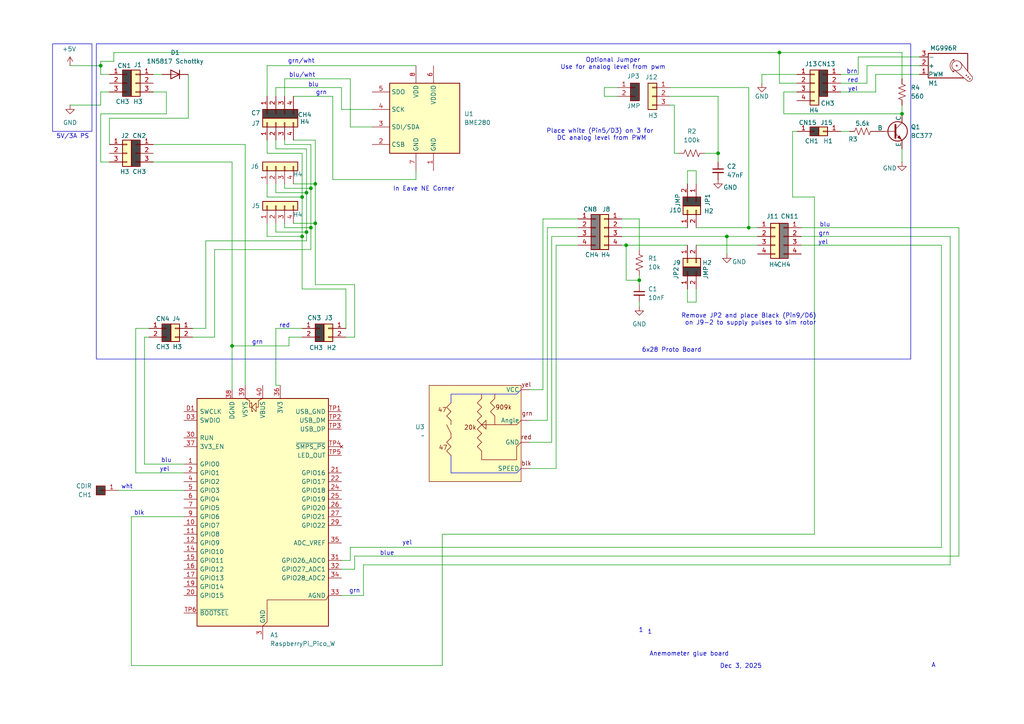
<source format=kicad_sch>
(kicad_sch (version 20250114) (generator "eeschema") (generator_version "9.0")
  (paper "A4")
  (lib_symbols
    (symbol "Conn_01x01_1" (pin_names (offset 1.016) (hide yes))
      (property "Reference" "C9" (at -2.032 2.54 0))
      (property "Value" "PWM" (at -2.794 -2.794 0))
      (symbol "Conn_01x01_1_1_1"
        (rectangle (start -1.27 1.27) (end 1.27 -1.27) (stroke (width 0.254)) (fill (type color) (color 72 72 72 1)))
        (rectangle (start -1.27 0.127) (end 0 -0.127) (stroke (width 0.1524)))
        (pin passive line (at -5.08 0 0) (length 3.81) (name "Pin_1") (number "1"))
      )
    )
    (symbol "Conn_01x01_2" (pin_names (offset 1.016) (hide yes))
      (property "Reference" "J13" (at 2.54 1.2701 0))
      (property "Value" "Conn_01x01" (at 2.54 -1.2699 0))
      (symbol "Conn_01x01_2_1_1"
        (rectangle (start -1.27 1.27) (end 1.27 -1.27) (stroke (width 0.254)) (fill (type color) (color 72 72 72 1)))
        (rectangle (start -1.27 0.127) (end 0 -0.127) (stroke (width 0.1524)))
        (pin passive line (at -5.08 0 0) (length 3.81) (name "Pin_1") (number "1"))
      )
    )
    (symbol "Conn_01x02_1" (pin_names (offset 1.016) (hide yes))
      (property "Reference" "J19" (at 2.54 0.0001 0))
      (property "Value" "JMP" (at 2.54 -2.5399 0))
      (symbol "Conn_01x02_1_1_1"
        (rectangle (start -1.27 1.27) (end 1.27 -3.81) (stroke (width 0.254)) (fill (type color) (color 72 72 72 1)))
        (rectangle (start -1.27 0.127) (end 0 -0.127) (stroke (width 0.1524)))
        (rectangle (start -1.27 -2.413) (end 0 -2.667) (stroke (width 0.1524)))
        (pin passive line (at -5.08 0 0) (length 3.81) (name "Pin_1") (number "1"))
        (pin passive line (at -5.08 -2.54 0) (length 3.81) (name "Pin_2") (number "2"))
      )
    )
    (symbol "Conn_01x02_2" (pin_names (offset 1.016) (hide yes))
      (property "Reference" "CP3V" (at -1.524 2.54 0))
      (property "Value" "C3.3V" (at -3.048 -5.588 0))
      (symbol "Conn_01x02_2_1_1"
        (rectangle (start -1.27 1.27) (end 1.27 -3.81) (stroke (width 0.254)) (fill (type color) (color 72 72 72 1)))
        (rectangle (start -1.27 0.127) (end 0 -0.127) (stroke (width 0.1524)))
        (rectangle (start -1.27 -2.413) (end 0 -2.667) (stroke (width 0.1524)))
        (pin passive line (at -5.08 0 0) (length 3.81) (name "Pin_1") (number "1"))
        (pin passive line (at -5.08 -2.54 0) (length 3.81) (name "Pin_2") (number "2"))
      )
    )
    (symbol "Conn_01x02_3" (pin_names (offset 1.016) (hide yes))
      (property "Reference" "J4" (at 2.54 0.0001 0))
      (property "Value" "I2C_SDASCL" (at 2.54 -2.5399 0))
      (symbol "Conn_01x02_3_1_1"
        (rectangle (start -1.27 1.27) (end 1.27 -3.81) (stroke (width 0.254)) (fill (type color) (color 72 72 72 1)))
        (rectangle (start -1.27 0.127) (end 0 -0.127) (stroke (width 0.1524)))
        (rectangle (start -1.27 -2.413) (end 0 -2.667) (stroke (width 0.1524)))
        (pin passive line (at -5.08 0 0) (length 3.81) (name "Pin_1") (number "1"))
        (pin passive line (at -5.08 -2.54 0) (length 3.81) (name "Pin_2") (number "2"))
      )
    )
    (symbol "Conn_01x03_1" (pin_names (offset 1.016) (hide yes))
      (property "Reference" "C1" (at -1.016 4.826 0))
      (property "Value" "POW5_PICO" (at -9.398 -5.334 0))
      (symbol "Conn_01x03_1_1_1"
        (rectangle (start -1.27 3.81) (end 1.27 -3.81) (stroke (width 0.254)) (fill (type color) (color 72 72 72 1)))
        (rectangle (start -1.27 2.667) (end 0 2.413) (stroke (width 0.1524)))
        (rectangle (start -1.27 0.127) (end 0 -0.127) (stroke (width 0.1524)))
        (rectangle (start -1.27 -2.413) (end 0 -2.667) (stroke (width 0.1524)))
        (pin passive line (at -5.08 2.54 0) (length 3.81) (name "Pin_1") (number "1"))
        (pin passive line (at -5.08 0 0) (length 3.81) (name "Pin_2") (number "2"))
        (pin passive line (at -5.08 -2.54 0) (length 3.81) (name "Pin_3") (number "3"))
      )
    )
    (symbol "Conn_01x04_1" (pin_names (offset 1.016) (hide yes))
      (property "Reference" "C10" (at -1.27 6.604 0))
      (property "Value" "Davis" (at -5.842 -7.62 0))
      (symbol "Conn_01x04_1_1_1"
        (rectangle (start -1.27 3.81) (end 1.27 -6.35) (stroke (width 0.254)) (fill (type color) (color 132 132 132 1)))
        (rectangle (start -1.27 2.667) (end 0 2.413) (stroke (width 0.1524)))
        (rectangle (start -1.27 0.127) (end 0 -0.127) (stroke (width 0.1524)))
        (rectangle (start -1.27 -2.413) (end 0 -2.667) (stroke (width 0.1524)))
        (rectangle (start -1.27 -4.953) (end 0 -5.207) (stroke (width 0.1524)))
        (pin passive line (at -5.08 2.54 0) (length 3.81) (name "Pin_1") (number "1"))
        (pin passive line (at -5.08 0 0) (length 3.81) (name "Pin_2") (number "2"))
        (pin passive line (at -5.08 -2.54 0) (length 3.81) (name "Pin_3") (number "3"))
        (pin passive line (at -5.08 -5.08 0) (length 3.81) (name "Pin_4") (number "4"))
      )
    )
    (symbol "Conn_01x04_2" (pin_names (offset 1.016) (hide yes))
      (property "Reference" "J10" (at -1.27 6.858 0))
      (property "Value" "PicoWind" (at 1.016 -8.128 0))
      (symbol "Conn_01x04_2_1_1"
        (rectangle (start -1.27 3.81) (end 1.27 -6.35) (stroke (width 0.254)) (fill (type color) (color 132 132 132 1)))
        (rectangle (start -1.27 2.667) (end 0 2.413) (stroke (width 0.1524)))
        (rectangle (start -1.27 0.127) (end 0 -0.127) (stroke (width 0.1524)))
        (rectangle (start -1.27 -2.413) (end 0 -2.667) (stroke (width 0.1524)))
        (rectangle (start -1.27 -4.953) (end 0 -5.207) (stroke (width 0.1524)))
        (pin passive line (at -5.08 2.54 0) (length 3.81) (name "Pin_1") (number "1"))
        (pin passive line (at -5.08 0 0) (length 3.81) (name "Pin_2") (number "2"))
        (pin passive line (at -5.08 -2.54 0) (length 3.81) (name "Pin_3") (number "3"))
        (pin passive line (at -5.08 -5.08 0) (length 3.81) (name "Pin_4") (number "4"))
      )
    )
    (symbol "Conn_01x04_3" (pin_names (offset 1.016) (hide yes))
      (property "Reference" "J3" (at -0.254 5.842 90))
      (property "Value" "I2C" (at 0.254 -8.382 90))
      (symbol "Conn_01x04_3_1_1"
        (rectangle (start -1.27 3.81) (end 1.27 -6.35) (stroke (width 0.254)) (fill (type color) (color 72 72 72 1)))
        (rectangle (start -1.27 2.667) (end 0 2.413) (stroke (width 0.1524)))
        (rectangle (start -1.27 0.127) (end 0 -0.127) (stroke (width 0.1524)))
        (rectangle (start -1.27 -2.413) (end 0 -2.667) (stroke (width 0.1524)))
        (rectangle (start -1.27 -4.953) (end 0 -5.207) (stroke (width 0.1524)))
        (pin passive line (at -5.08 2.54 0) (length 3.81) (name "Pin_1") (number "1"))
        (pin passive line (at -5.08 0 0) (length 3.81) (name "Pin_2") (number "2"))
        (pin passive line (at -5.08 -2.54 0) (length 3.81) (name "Pin_3") (number "3"))
        (pin passive line (at -5.08 -5.08 0) (length 3.81) (name "Pin_4") (number "4"))
      )
    )
    (symbol "Connector_Generic:Conn_01x01" (pin_names (offset 1.016) (hide yes))
      (property "Reference" "J" (at 0 2.54 0))
      (property "Value" "Conn_01x01" (at 0 -2.54 0))
      (symbol "Conn_01x01_1_1"
        (rectangle (start -1.27 1.27) (end 1.27 -1.27) (stroke (width 0.254)) (fill (type background)))
        (rectangle (start -1.27 0.127) (end 0 -0.127) (stroke (width 0.1524)))
        (pin passive line (at -5.08 0 0) (length 3.81) (name "Pin_1") (number "1"))
      )
    )
    (symbol "Connector_Generic:Conn_01x02" (pin_names (offset 1.016) (hide yes))
      (property "Reference" "J" (at 0 2.54 0))
      (property "Value" "Conn_01x02" (at 0 -5.08 0))
      (symbol "Conn_01x02_1_1"
        (rectangle (start -1.27 1.27) (end 1.27 -3.81) (stroke (width 0.254)) (fill (type background)))
        (rectangle (start -1.27 0.127) (end 0 -0.127) (stroke (width 0.1524)))
        (rectangle (start -1.27 -2.413) (end 0 -2.667) (stroke (width 0.1524)))
        (pin passive line (at -5.08 0 0) (length 3.81) (name "Pin_1") (number "1"))
        (pin passive line (at -5.08 -2.54 0) (length 3.81) (name "Pin_2") (number "2"))
      )
    )
    (symbol "Connector_Generic:Conn_01x03" (pin_names (offset 1.016) (hide yes))
      (property "Reference" "J" (at 0 5.08 0))
      (property "Value" "Conn_01x03" (at 0 -5.08 0))
      (symbol "Conn_01x03_1_1"
        (rectangle (start -1.27 3.81) (end 1.27 -3.81) (stroke (width 0.254)) (fill (type background)))
        (rectangle (start -1.27 2.667) (end 0 2.413) (stroke (width 0.1524)))
        (rectangle (start -1.27 0.127) (end 0 -0.127) (stroke (width 0.1524)))
        (rectangle (start -1.27 -2.413) (end 0 -2.667) (stroke (width 0.1524)))
        (pin passive line (at -5.08 2.54 0) (length 3.81) (name "Pin_1") (number "1"))
        (pin passive line (at -5.08 0 0) (length 3.81) (name "Pin_2") (number "2"))
        (pin passive line (at -5.08 -2.54 0) (length 3.81) (name "Pin_3") (number "3"))
      )
    )
    (symbol "Connector_Generic:Conn_01x04" (pin_names (offset 1.016) (hide yes))
      (property "Reference" "J" (at 0 5.08 0))
      (property "Value" "Conn_01x04" (at 0 -7.62 0))
      (symbol "Conn_01x04_1_1"
        (rectangle (start -1.27 3.81) (end 1.27 -6.35) (stroke (width 0.254)) (fill (type background)))
        (rectangle (start -1.27 2.667) (end 0 2.413) (stroke (width 0.1524)))
        (rectangle (start -1.27 0.127) (end 0 -0.127) (stroke (width 0.1524)))
        (rectangle (start -1.27 -2.413) (end 0 -2.667) (stroke (width 0.1524)))
        (rectangle (start -1.27 -4.953) (end 0 -5.207) (stroke (width 0.1524)))
        (pin passive line (at -5.08 2.54 0) (length 3.81) (name "Pin_1") (number "1"))
        (pin passive line (at -5.08 0 0) (length 3.81) (name "Pin_2") (number "2"))
        (pin passive line (at -5.08 -2.54 0) (length 3.81) (name "Pin_3") (number "3"))
        (pin passive line (at -5.08 -5.08 0) (length 3.81) (name "Pin_4") (number "4"))
      )
    )
    (symbol "DavisAnemometer_1"
      (property "Reference" "U" (at -3.302 5.08 0))
      (symbol "DavisAnemometer_1_1_0"
        (pin input line (at -6.35 2.54 0) (length 2.54) (name "VCC") (number ""))
        (pin output line (at -6.35 -6.35 0) (length 2.54) (name "Angle") (number ""))
        (pin input line (at -6.35 -12.7 0) (length 2.54) (name "GND") (number ""))
        (pin output line (at -6.35 -20.32 0) (length 2.54) (name "SPEED") (number ""))
      )
      (symbol "DavisAnemometer_1_1_1"
        (rectangle (start -3.81 3.81) (end 22.86 -24.13) (fill (type color) (color 255 255 194 1)))
        (polyline (pts (xy -3.81 2.54) (xy -2.54 1.27) (xy 16.51 1.27) (xy 16.51 -1.27)) (stroke (width 0) (color 0 0 255 1)))
        (polyline (pts (xy -3.81 -6.35) (xy -2.54 -7.62) (xy 7.62 -7.62) (xy 6.35 -6.35) (xy 6.35 -8.89) (xy 7.62 -7.62)))
        (polyline (pts (xy -3.81 -20.32) (xy -2.54 -21.59) (xy 16.51 -21.59) (xy 16.51 -16.51)) (stroke (width 0) (color 0 0 255 1)))
        (polyline (pts (xy 3.81 0) (xy 3.81 1.27)))
        (polyline (pts (xy 3.81 0) (xy 5.08 -1.27) (xy 3.81 -2.54) (xy 5.08 -3.81) (xy 3.81 -5.08)))
        (polyline (pts (xy 3.81 -5.08) (xy 3.81 -7.62)))
        (polyline (pts (xy 7.62 0) (xy 7.62 1.27)))
        (polyline (pts (xy 7.62 0) (xy 8.89 -1.27) (xy 7.62 -2.54) (xy 8.89 -3.81) (xy 7.62 -5.08)))
        (polyline (pts (xy 7.62 -5.08) (xy 8.89 -6.35) (xy 7.62 -7.62) (xy 8.89 -8.89) (xy 7.62 -10.16)))
        (polyline (pts (xy 7.62 -10.16) (xy 8.89 -11.43) (xy 7.62 -12.7) (xy 8.89 -13.97) (xy 7.62 -15.24)))
        (polyline (pts (xy 7.62 -15.24) (xy 7.62 -17.78) (xy -2.54 -17.78) (xy -2.54 -13.97) (xy -3.81 -12.7)))
        (polyline (pts (xy 16.51 -1.27) (xy 17.78 -2.54) (xy 16.51 -3.81) (xy 17.78 -5.08) (xy 16.51 -6.35)))
        (polyline (pts (xy 16.51 -6.35) (xy 16.51 -7.62)))
        (polyline (pts (xy 16.51 -10.16) (xy 17.78 -7.62)))
        (polyline (pts (xy 16.51 -11.43) (xy 16.51 -10.16)))
        (polyline (pts (xy 16.51 -16.51) (xy 17.78 -15.24) (xy 16.51 -13.97) (xy 17.78 -12.7) (xy 16.51 -11.43)))
        (text "grn" (at -5.588 -4.318 0) (effects (font (size 1.27 1.27))))
        (text "yel" (at -5.334 4.064 0) (effects (font (size 1.27 1.27))))
        (text "red" (at -5.334 -11.176 0) (effects (font (size 1.27 1.27))))
        (text "blk" (at -5.334 -18.796 0) (effects (font (size 1.27 1.27))))
        (text "909k" (at 1.27 -2.54 0) (effects (font (size 1.27 1.27))))
        (text "20k" (at 10.922 -8.382 0) (effects (font (size 1.27 1.27))))
        (text "47" (at 18.796 -14.224 0) (effects (font (size 1.27 1.27))))
        (text "47" (at 19.05 -3.302 0) (effects (font (size 1.27 1.27))))
      )
    )
    (symbol "Device:C_Small" (pin_numbers (hide yes)) (pin_names (offset 0.254) (hide yes))
      (property "Reference" "C" (at 0.254 1.778 0))
      (property "Value" "C_Small" (at 0.254 -2.032 0))
      (symbol "C_Small_0_1"
        (polyline (pts (xy -1.524 0.508) (xy 1.524 0.508)) (stroke (width 0.3048)))
        (polyline (pts (xy -1.524 -0.508) (xy 1.524 -0.508)) (stroke (width 0.3302)))
      )
      (symbol "C_Small_1_1"
        (pin passive line (at 0 2.54 270) (length 2.032) (name "~") (number "1"))
        (pin passive line (at 0 -2.54 90) (length 2.032) (name "~") (number "2"))
      )
    )
    (symbol "Device:R_US" (pin_numbers (hide yes)) (pin_names (offset 0))
      (property "Reference" "R" (at 2.54 0 90))
      (property "Value" "R_US" (at -2.54 0 90))
      (symbol "R_US_0_1"
        (polyline (pts (xy 0 2.286) (xy 0 2.54)))
        (polyline (pts (xy 0 2.286) (xy 1.016 1.905) (xy 0 1.524) (xy -1.016 1.143) (xy 0 0.762)))
        (polyline (pts (xy 0 0.762) (xy 1.016 0.381) (xy 0 0) (xy -1.016 -0.381) (xy 0 -0.762)))
        (polyline (pts (xy 0 -0.762) (xy 1.016 -1.143) (xy 0 -1.524) (xy -1.016 -1.905) (xy 0 -2.286)))
        (polyline (pts (xy 0 -2.286) (xy 0 -2.54)))
      )
      (symbol "R_US_1_1"
        (pin passive line (at 0 3.81 270) (length 1.27) (name "~") (number "1"))
        (pin passive line (at 0 -3.81 90) (length 1.27) (name "~") (number "2"))
      )
    )
    (symbol "Diode:1N4148WT" (pin_numbers (hide yes)) (pin_names (hide yes))
      (property "Reference" "D" (at 0 2.54 0))
      (property "Value" "1N4148WT" (at 0 -2.54 0))
      (symbol "1N4148WT_0_1"
        (polyline (pts (xy -1.27 1.27) (xy -1.27 -1.27)) (stroke (width 0.254)))
        (polyline (pts (xy 1.27 1.27) (xy 1.27 -1.27) (xy -1.27 0) (xy 1.27 1.27)) (stroke (width 0.254)))
        (polyline (pts (xy 1.27 0) (xy -1.27 0)))
      )
      (symbol "1N4148WT_1_1"
        (pin passive line (at -3.81 0 0) (length 2.54) (name "K") (number "1"))
        (pin passive line (at 3.81 0 180) (length 2.54) (name "A") (number "2"))
      )
    )
    (symbol "MCU_Module:RaspberryPi_Pico_W_Extensive" (pin_names (offset 0.762))
      (property "Reference" "A1" (at 2.1433 -34.29 0))
      (property "Value" "RaspberryPi_Pico_W" (at 2.1433 -36.83 0))
      (symbol "RaspberryPi_Pico_W_Extensive_0_1"
        (rectangle (start -19.05 34.29) (end 19.05 -31.75) (stroke (width 0.254)) (fill (type background)))
        (polyline (pts (xy -5.08 34.29) (xy -3.81 33.655) (xy -3.81 31.75) (xy -3.175 31.75)))
        (polyline (pts (xy -3.429 32.766) (xy -3.429 33.02) (xy -3.175 33.02) (xy -3.175 30.48) (xy -2.921 30.48) (xy -2.921 30.734)))
        (polyline (pts (xy -3.175 31.75) (xy -1.905 33.02) (xy -1.905 30.48) (xy -3.175 31.75)))
        (polyline (pts (xy 0 34.29) (xy -1.27 33.655) (xy -1.27 31.75) (xy -1.905 31.75)))
        (polyline (pts (xy 0 -31.75) (xy 1.27 -30.48) (xy 1.27 -24.13) (xy 18.415 -24.13) (xy 19.05 -22.86)))
      )
      (symbol "RaspberryPi_Pico_W_Extensive_1_1"
        (pin input line (at -22.86 30.48 0) (length 3.81) (name "SWCLK") (number "D1"))
        (pin bidirectional line (at -22.86 27.94 0) (length 3.81) (name "SWDIO") (number "D3"))
        (pin passive line (at -22.86 22.86 0) (length 3.81) (name "RUN") (number "30"))
        (pin passive line (at -22.86 20.32 0) (length 3.81) (name "3V3_EN") (number "37"))
        (pin bidirectional line (at -22.86 15.24 0) (length 3.81) (name "GPIO0") (number "1"))
        (pin bidirectional line (at -22.86 12.7 0) (length 3.81) (name "GPIO1") (number "2"))
        (pin bidirectional line (at -22.86 10.16 0) (length 3.81) (name "GPIO2") (number "4"))
        (pin bidirectional line (at -22.86 7.62 0) (length 3.81) (name "GPIO3") (number "5"))
        (pin bidirectional line (at -22.86 5.08 0) (length 3.81) (name "GPIO4") (number "6"))
        (pin bidirectional line (at -22.86 2.54 0) (length 3.81) (name "GPIO5") (number "7"))
        (pin bidirectional line (at -22.86 0 0) (length 3.81) (name "GPIO6") (number "9"))
        (pin bidirectional line (at -22.86 -2.54 0) (length 3.81) (name "GPIO7") (number "10"))
        (pin bidirectional line (at -22.86 -5.08 0) (length 3.81) (name "GPIO8") (number "11"))
        (pin bidirectional line (at -22.86 -7.62 0) (length 3.81) (name "GPIO9") (number "12"))
        (pin bidirectional line (at -22.86 -10.16 0) (length 3.81) (name "GPIO10") (number "14"))
        (pin bidirectional line (at -22.86 -12.7 0) (length 3.81) (name "GPIO11") (number "15"))
        (pin bidirectional line (at -22.86 -15.24 0) (length 3.81) (name "GPIO12") (number "16"))
        (pin bidirectional line (at -22.86 -17.78 0) (length 3.81) (name "GPIO13") (number "17"))
        (pin bidirectional line (at -22.86 -20.32 0) (length 3.81) (name "GPIO14") (number "19"))
        (pin bidirectional line (at -22.86 -22.86 0) (length 3.81) (name "GPIO15") (number "20"))
        (pin input line (at -22.86 -27.94 0) (length 3.81) (name "~{BOOTSEL}") (number "TP6"))
        (pin power_in line (at -8.89 36.83 270) (length 2.54) (name "DGND") (number "38"))
        (pin power_in line (at -5.08 38.1 270) (length 3.81) (name "VSYS") (number "39"))
        (pin power_out line (at 0 38.1 270) (length 3.81) (name "VBUS") (number "40"))
        (pin passive line (at 0 -35.56 90) (length 3.81) (hide yes) (name "GND") (number "13"))
        (pin passive line (at 0 -35.56 90) (length 3.81) (hide yes) (name "GND") (number "18"))
        (pin passive line (at 0 -35.56 90) (length 3.81) (hide yes) (name "GND") (number "23"))
        (pin passive line (at 0 -35.56 90) (length 3.81) (hide yes) (name "GND") (number "28"))
        (pin power_out line (at 0 -35.56 90) (length 3.81) (name "GND") (number "3"))
        (pin passive line (at 0 -35.56 90) (length 3.81) (hide yes) (name "GND") (number "38"))
        (pin passive line (at 0 -35.56 90) (length 3.81) (hide yes) (name "GND") (number "8"))
        (pin passive line (at 0 -35.56 90) (length 3.81) (hide yes) (name "GND") (number "D2"))
        (pin power_out line (at 5.08 38.1 270) (length 3.81) (name "3V3") (number "36"))
        (pin power_out line (at 22.86 30.48 180) (length 3.81) (name "USB_GND") (number "TP1"))
        (pin bidirectional line (at 22.86 27.94 180) (length 3.81) (name "USB_DM") (number "TP2"))
        (pin bidirectional line (at 22.86 25.4 180) (length 3.81) (name "USB_DP") (number "TP3"))
        (pin no_connect line (at 22.86 20.32 180) (length 3.81) (name "~{SMPS_PS}") (number "TP4"))
        (pin output line (at 22.86 17.78 180) (length 3.81) (name "LED_OUT") (number "TP5"))
        (pin bidirectional line (at 22.86 12.7 180) (length 3.81) (name "GPIO16") (number "21"))
        (pin bidirectional line (at 22.86 10.16 180) (length 3.81) (name "GPIO17") (number "22"))
        (pin bidirectional line (at 22.86 7.62 180) (length 3.81) (name "GPIO18") (number "24"))
        (pin bidirectional line (at 22.86 5.08 180) (length 3.81) (name "GPIO19") (number "25"))
        (pin bidirectional line (at 22.86 2.54 180) (length 3.81) (name "GPIO20") (number "26"))
        (pin bidirectional line (at 22.86 0 180) (length 3.81) (name "GPIO21") (number "27"))
        (pin bidirectional line (at 22.86 -2.54 180) (length 3.81) (name "GPIO22") (number "29"))
        (pin power_in line (at 22.86 -7.62 180) (length 3.81) (name "ADC_VREF") (number "35"))
        (pin bidirectional line (at 22.86 -12.7 180) (length 3.81) (name "GPIO26_ADC0") (number "31"))
        (pin bidirectional line (at 22.86 -15.24 180) (length 3.81) (name "GPIO27_ADC1") (number "32"))
        (pin bidirectional line (at 22.86 -17.78 180) (length 3.81) (name "GPIO28_ADC2") (number "34"))
        (pin power_out line (at 22.86 -22.86 180) (length 3.81) (name "AGND") (number "33"))
      )
    )
    (symbol "Motor:Motor_Servo" (pin_names (offset 0.0254))
      (property "Reference" "M" (at -5.08 4.445 0))
      (property "Value" "Motor_Servo" (at -5.08 -4.064 0))
      (symbol "Motor_Servo_0_1"
        (polyline (pts (xy 2.413 1.778) (xy 1.905 1.778)))
        (polyline (pts (xy 2.413 1.778) (xy 2.286 1.397)))
        (polyline (pts (xy 2.413 -1.778) (xy 2.032 -1.778)))
        (polyline (pts (xy 2.413 -1.778) (xy 2.286 -1.397)))
        (arc (start 2.413 -1.778) (mid 1.2406 0) (end 2.413 1.778))
        (circle (center 3.175 0) (radius 0.1778))
        (circle (center 3.175 0) (radius 1.4224))
        (polyline (pts (xy 5.08 3.556) (xy -5.08 3.556) (xy -5.08 -3.556) (xy 6.35 -3.556) (xy 6.35 1.524)) (stroke (width 0.254)))
        (circle (center 5.969 2.794) (radius 0.127))
        (polyline (pts (xy 6.35 4.445) (xy 2.54 1.27)))
        (circle (center 6.477 3.302) (radius 0.127))
        (arc (start 6.35 4.445) (mid 7.4487 4.2737) (end 7.62 3.175))
        (circle (center 6.985 3.81) (radius 0.127))
        (polyline (pts (xy 7.62 3.175) (xy 4.191 -1.016)))
      )
      (symbol "Motor_Servo_1_1"
        (pin passive line (at -7.62 2.54 0) (length 2.54) (name "PWM") (number "1"))
        (pin passive line (at -7.62 0 0) (length 2.54) (name "+") (number "2"))
        (pin passive line (at -7.62 -2.54 0) (length 2.54) (name "-") (number "3"))
      )
    )
    (symbol "Sensor:BME280"
      (property "Reference" "U1" (at -11.43 1.2701 0))
      (property "Value" "BME280" (at -11.43 -1.2699 0))
      (symbol "BME280_0_1"
        (rectangle (start -10.16 10.16) (end 10.16 -10.16) (stroke (width 0.254)) (fill (type background)))
      )
      (symbol "BME280_1_1"
        (pin power_in line (at -2.54 15.24 270) (length 5.08) (name "VDDIO") (number "6"))
        (pin power_in line (at -2.54 -15.24 90) (length 5.08) (name "GND") (number "1"))
        (pin power_in line (at 2.54 15.24 270) (length 5.08) (name "VDD") (number "8"))
        (pin power_in line (at 2.54 -15.24 90) (length 5.08) (name "GND") (number "7"))
        (pin bidirectional line (at 15.24 7.62 180) (length 5.08) (name "SDO") (number "5"))
        (pin input line (at 15.24 2.54 180) (length 5.08) (name "SCK") (number "4"))
        (pin bidirectional line (at 15.24 -2.54 180) (length 5.08) (name "SDI/SDA") (number "3"))
        (pin input line (at 15.24 -7.62 180) (length 5.08) (name "CSB") (number "2"))
      )
    )
    (symbol "Simulation_SPICE:NPN" (pin_numbers (hide yes)) (pin_names (offset 0))
      (property "Reference" "Q" (at -2.54 7.62 0))
      (property "Value" "NPN" (at -2.54 5.08 0))
      (symbol "NPN_0_1"
        (polyline (pts (xy -2.54 0) (xy 0.635 0)) (stroke (width 0.1524)))
        (polyline (pts (xy 0.635 1.905) (xy 0.635 -1.905) (xy 0.635 -1.905)) (stroke (width 0.508)))
        (polyline (pts (xy 0.635 0.635) (xy 2.54 2.54)))
        (polyline (pts (xy 0.635 -0.635) (xy 2.54 -2.54) (xy 2.54 -2.54)))
        (circle (center 1.27 0) (radius 2.8194) (stroke (width 0.254)))
        (polyline (pts (xy 1.27 -1.778) (xy 1.778 -1.27) (xy 2.286 -2.286) (xy 1.27 -1.778) (xy 1.27 -1.778)) (fill (type outline)))
        (polyline (pts (xy 2.794 -1.27) (xy 2.794 -1.27)) (stroke (width 0.1524)))
        (polyline (pts (xy 2.794 -1.27) (xy 2.794 -1.27)) (stroke (width 0.1524)))
      )
      (symbol "NPN_1_1"
        (pin input line (at -5.08 0 0) (length 2.54) (name "B") (number "2"))
        (pin open_collector line (at 2.54 5.08 270) (length 2.54) (name "C") (number "1"))
        (pin open_emitter line (at 2.54 -5.08 90) (length 2.54) (name "E") (number "3"))
      )
    )
    (symbol "power:+5V" (power) (pin_numbers (hide yes)) (pin_names (offset 0) (hide yes))
      (property "Value" "+5V" (at 0 3.556 0))
      (symbol "+5V_0_1"
        (polyline (pts (xy -0.762 1.27) (xy 0 2.54)))
        (polyline (pts (xy 0 2.54) (xy 0.762 1.27)))
        (polyline (pts (xy 0 0) (xy 0 2.54)))
      )
      (symbol "+5V_1_1"
        (pin power_in line (at 0 0 90) (length 0) (name "~") (number "1"))
      )
    )
    (symbol "power:GND" (power) (pin_numbers (hide yes)) (pin_names (offset 0) (hide yes))
      (property "Value" "GND" (at 0 -3.81 0))
      (symbol "GND_0_1"
        (polyline (pts (xy 0 0) (xy 0 -1.27) (xy 1.27 -1.27) (xy 0 -2.54) (xy -1.27 -1.27) (xy 0 -1.27)))
      )
      (symbol "GND_1_1"
        (pin power_in line (at 0 0 270) (length 0) (name "~") (number "1"))
      )
    )
  )
  (rectangle (start 27.94 12.7) (end 264.16 104.14))
  (rectangle (start 15.24 12.7) (end 26.67 38.1))
  (text "Remove JP2 and place Black (Pin9/D6) \non J9-2 to supply pulses to sim rotor" (at 217.678 92.71 0) (effects (font (size 1.27 1.27))))
  (text "blu/wht" (at 87.63 21.844 0) (effects (font (size 1.27 1.27))))
  (text "blu" (at 90.932 24.638 0) (effects (font (size 1.27 1.27))))
  (text "yel" (at 247.396 25.908 0) (effects (font (size 1.27 1.27))))
  (text "Anemometer glue board" (at 199.898 189.738 0) (effects (font (size 1.27 1.27))))
  (text "yel" (at 47.752 136.144 0) (effects (font (size 1.27 1.27))))
  (text "red" (at 82.55 94.488 0) (effects (font (size 1.27 1.27))))
  (text "yel" (at 118.11 157.48 0) (effects (font (size 1.27 1.27))))
  (text "grn" (at 102.87 171.45 0) (effects (font (size 1.27 1.27))))
  (text "1" (at 188.468 183.388 0) (effects (font (size 1.27 1.27))))
  (text "1" (at 185.928 182.88 0) (effects (font (size 1.27 1.27))))
  (text "Dec 3, 2025" (at 214.884 193.294 0) (effects (font (size 1.27 1.27))))
  (text "A" (at 270.764 193.04 0) (effects (font (size 1.27 1.27))))
  (text "wht" (at 36.83 141.224 0) (effects (font (size 1.27 1.27))))
  (text "blu" (at 239.268 65.278 0) (effects (font (size 1.27 1.27))))
  (text "yel" (at 238.76 70.358 0) (effects (font (size 1.27 1.27))))
  (text "Place white (Pin5/D3) on 3 for \nDC analog level from PWM" (at 174.498 39.116 0) (effects (font (size 1.27 1.27))))
  (text "6x28 Proto Board" (at 194.818 101.6 0) (effects (font (size 1.27 1.27))))
  (text "brn" (at 247.142 20.828 0) (effects (font (size 1.27 1.27))))
  (text "5V/3A PS" (at 21.082 39.624 0) (effects (font (size 1.27 1.27))))
  (text "Optional Jumper\nUse for analog level from pwm" (at 177.8 18.542 0) (effects (font (size 1.27 1.27))))
  (text "grn" (at 74.676 99.314 0) (effects (font (size 1.27 1.27))))
  (text "grn" (at 93.218 26.924 0) (effects (font (size 1.27 1.27))))
  (text "blue" (at 112.268 160.528 0) (effects (font (size 1.27 1.27))))
  (text "red" (at 247.396 23.368 0) (effects (font (size 1.27 1.27))))
  (text "In Eave NE Corner" (at 122.936 54.864 0) (effects (font (size 1.27 1.27))))
  (text "grn" (at 239.014 67.818 0) (effects (font (size 1.27 1.27))))
  (text "blk" (at 40.386 148.844 0) (effects (font (size 1.27 1.27))))
  (text "grn/wht" (at 87.376 17.78 0) (effects (font (size 1.27 1.27))))
  (text "blu" (at 48.26 133.604 0) (effects (font (size 1.27 1.27))))
  (junction (at 90.17 66.04))
  (junction (at 185.42 81.28))
  (junction (at 90.17 54.61))
  (junction (at 91.44 64.77))
  (junction (at 87.63 57.15))
  (junction (at 210.82 68.58))
  (junction (at 181.61 71.12))
  (junction (at 261.62 33.02))
  (junction (at 29.21 19.05))
  (junction (at 88.9 55.88))
  (junction (at 88.9 67.31))
  (junction (at 208.28 44.45))
  (junction (at 226.06 15.24))
  (junction (at 91.44 53.34))
  (junction (at 67.31 100.33))
  (junction (at 87.63 68.58))
  (junction (at 217.17 66.04))
  (wire (pts (xy 59.69 69.85) (xy 59.69 95.25)))
  (wire (pts (xy 88.9 43.18) (xy 88.9 55.88)))
  (wire (pts (xy 99.06 25.4) (xy 80.01 25.4)))
  (wire (pts (xy 77.47 57.15) (xy 87.63 57.15)))
  (wire (pts (xy 99.06 31.75) (xy 99.06 25.4)))
  (wire (pts (xy 90.17 72.39) (xy 90.17 66.04)))
  (wire (pts (xy 83.82 97.79) (xy 83.82 100.33)))
  (wire (pts (xy 105.41 163.83) (xy 105.41 172.72)))
  (wire (pts (xy 105.41 172.72) (xy 99.06 172.72)))
  (wire (pts (xy 236.22 57.15) (xy 236.22 154.94)))
  (wire (pts (xy 96.52 27.94) (xy 96.52 52.07)))
  (wire (pts (xy 180.34 71.12) (xy 181.61 71.12)))
  (wire (pts (xy 87.63 68.58) (xy 87.63 83.82)))
  (wire (pts (xy 160.02 128.27) (xy 160.02 68.58)))
  (wire (pts (xy 180.34 68.58) (xy 210.82 68.58)))
  (wire (pts (xy 181.61 71.12) (xy 199.39 71.12)))
  (wire (pts (xy 34.29 142.24) (xy 53.34 142.24)))
  (wire (pts (xy 101.6 158.75) (xy 101.6 162.56)))
  (wire (pts (xy 128.27 154.94) (xy 128.27 193.04)))
  (wire (pts (xy 80.01 95.25) (xy 87.63 95.25)))
  (wire (pts (xy 128.27 193.04) (xy 38.1 193.04)))
  (wire (pts (xy 31.75 34.29) (xy 54.61 34.29)))
  (wire (pts (xy 201.93 71.12) (xy 219.71 71.12)))
  (wire (pts (xy 77.47 19.05) (xy 77.47 27.94)))
  (wire (pts (xy 210.82 68.58) (xy 210.82 73.66)))
  (wire (pts (xy 80.01 67.31) (xy 88.9 67.31)))
  (wire (pts (xy 33.02 15.24) (xy 226.06 15.24)))
  (wire (pts (xy 275.59 68.58) (xy 275.59 163.83)))
  (wire (pts (xy 38.1 149.86) (xy 38.1 193.04)))
  (wire (pts (xy 231.14 26.67) (xy 227.33 26.67)))
  (wire (pts (xy 59.69 95.25) (xy 55.88 95.25)))
  (wire (pts (xy 199.39 83.82) (xy 199.39 87.63)))
  (wire (pts (xy 266.7 21.59) (xy 254 21.59)))
  (wire (pts (xy 90.17 66.04) (xy 90.17 54.61)))
  (wire (pts (xy 175.26 25.4) (xy 175.26 27.94)))
  (wire (pts (xy 201.93 66.04) (xy 217.17 66.04)))
  (wire (pts (xy 273.05 158.75) (xy 101.6 158.75)))
  (wire (pts (xy 201.93 49.53) (xy 199.39 49.53)))
  (wire (pts (xy 48.26 26.67) (xy 48.26 33.02)))
  (wire (pts (xy 67.31 100.33) (xy 67.31 113.03)))
  (wire (pts (xy 29.21 26.67) (xy 29.21 30.48)))
  (wire (pts (xy 39.37 137.16) (xy 53.34 137.16)))
  (wire (pts (xy 185.42 63.5) (xy 180.34 63.5)))
  (wire (pts (xy 102.87 161.29) (xy 102.87 165.1)))
  (wire (pts (xy 201.93 87.63) (xy 201.93 83.82)))
  (wire (pts (xy 41.91 134.62) (xy 53.34 134.62)))
  (wire (pts (xy 217.17 66.04) (xy 219.71 66.04)))
  (wire (pts (xy 229.87 57.15) (xy 236.22 57.15)))
  (wire (pts (xy 227.33 26.67) (xy 227.33 33.02)))
  (wire (pts (xy 82.55 22.86) (xy 101.6 22.86)))
  (wire (pts (xy 67.31 100.33) (xy 83.82 100.33)))
  (wire (pts (xy 100.33 83.82) (xy 100.33 95.25)))
  (wire (pts (xy 80.01 95.25) (xy 80.01 111.76)))
  (wire (pts (xy 39.37 95.25) (xy 39.37 137.16)))
  (wire (pts (xy 229.87 38.1) (xy 231.14 38.1)))
  (wire (pts (xy 77.47 40.64) (xy 77.47 44.45)))
  (wire (pts (xy 243.84 24.13) (xy 251.46 24.13)))
  (wire (pts (xy 254 21.59) (xy 254 26.67)))
  (wire (pts (xy 278.13 66.04) (xy 278.13 161.29)))
  (wire (pts (xy 44.45 46.99) (xy 67.31 46.99)))
  (wire (pts (xy 185.42 72.39) (xy 185.42 63.5)))
  (wire (pts (xy 160.02 68.58) (xy 167.64 68.58)))
  (wire (pts (xy 62.23 97.79) (xy 62.23 72.39)))
  (wire (pts (xy 91.44 40.64) (xy 91.44 53.34)))
  (wire (pts (xy 44.45 41.91) (xy 71.12 41.91)))
  (wire (pts (xy 220.98 21.59) (xy 220.98 24.13)))
  (wire (pts (xy 100.33 97.79) (xy 102.87 97.79)))
  (wire (pts (xy 231.14 24.13) (xy 226.06 24.13)))
  (wire (pts (xy 87.63 44.45) (xy 87.63 57.15)))
  (wire (pts (xy 88.9 67.31) (xy 88.9 69.85)))
  (wire (pts (xy 82.55 22.86) (xy 82.55 27.94)))
  (wire (pts (xy 82.55 41.91) (xy 82.55 40.64)))
  (wire (pts (xy 266.7 19.05) (xy 251.46 19.05)))
  (wire (pts (xy 48.26 33.02) (xy 29.21 33.02)))
  (wire (pts (xy 54.61 21.59) (xy 54.61 34.29)))
  (wire (pts (xy 90.17 41.91) (xy 82.55 41.91)))
  (wire (pts (xy 80.01 53.34) (xy 80.01 55.88)))
  (wire (pts (xy 29.21 19.05) (xy 29.21 21.59)))
  (wire (pts (xy 107.95 31.75) (xy 99.06 31.75)))
  (wire (pts (xy 229.87 38.1) (xy 229.87 57.15)))
  (wire (pts (xy 199.39 49.53) (xy 199.39 53.34)))
  (wire (pts (xy 243.84 26.67) (xy 254 26.67)))
  (wire (pts (xy 219.71 68.58) (xy 210.82 68.58)))
  (wire (pts (xy 181.61 81.28) (xy 185.42 81.28)))
  (wire (pts (xy 157.48 63.5) (xy 167.64 63.5)))
  (wire (pts (xy 67.31 46.99) (xy 67.31 100.33)))
  (wire (pts (xy 29.21 17.78) (xy 33.02 17.78)))
  (wire (pts (xy 194.31 25.4) (xy 217.17 25.4)))
  (wire (pts (xy 226.06 15.24) (xy 261.62 15.24)))
  (wire (pts (xy 153.67 128.27) (xy 160.02 128.27)))
  (wire (pts (xy 77.47 53.34) (xy 77.47 57.15)))
  (wire (pts (xy 185.42 80.01) (xy 185.42 81.28)))
  (wire (pts (xy 88.9 55.88) (xy 88.9 67.31)))
  (wire (pts (xy 232.41 66.04) (xy 278.13 66.04)))
  (wire (pts (xy 88.9 43.18) (xy 80.01 43.18)))
  (wire (pts (xy 85.09 27.94) (xy 96.52 27.94)))
  (wire (pts (xy 29.21 21.59) (xy 31.75 21.59)))
  (wire (pts (xy 199.39 87.63) (xy 201.93 87.63)))
  (wire (pts (xy 29.21 33.02) (xy 29.21 46.99)))
  (wire (pts (xy 275.59 163.83) (xy 105.41 163.83)))
  (wire (pts (xy 90.17 54.61) (xy 90.17 41.91)))
  (wire (pts (xy 248.92 16.51) (xy 248.92 21.59)))
  (wire (pts (xy 44.45 21.59) (xy 46.99 21.59)))
  (wire (pts (xy 181.61 71.12) (xy 181.61 81.28)))
  (wire (pts (xy 101.6 162.56) (xy 99.06 162.56)))
  (wire (pts (xy 261.62 22.86) (xy 261.62 15.24)))
  (wire (pts (xy 44.45 26.67) (xy 48.26 26.67)))
  (wire (pts (xy 120.65 52.07) (xy 96.52 52.07)))
  (wire (pts (xy 158.75 66.04) (xy 158.75 121.92)))
  (wire (pts (xy 85.09 53.34) (xy 91.44 53.34)))
  (wire (pts (xy 87.63 83.82) (xy 100.33 83.82)))
  (wire (pts (xy 153.67 121.92) (xy 158.75 121.92)))
  (wire (pts (xy 158.75 66.04) (xy 167.64 66.04)))
  (wire (pts (xy 80.01 64.77) (xy 80.01 67.31)))
  (wire (pts (xy 243.84 21.59) (xy 248.92 21.59)))
  (wire (pts (xy 62.23 72.39) (xy 90.17 72.39)))
  (wire (pts (xy 248.92 16.51) (xy 266.7 16.51)))
  (wire (pts (xy 77.47 44.45) (xy 87.63 44.45)))
  (wire (pts (xy 232.41 68.58) (xy 275.59 68.58)))
  (wire (pts (xy 87.63 57.15) (xy 87.63 68.58)))
  (wire (pts (xy 99.06 165.1) (xy 102.87 165.1)))
  (wire (pts (xy 107.95 36.83) (xy 101.6 36.83)))
  (wire (pts (xy 153.67 113.03) (xy 157.48 113.03)))
  (wire (pts (xy 153.67 135.89) (xy 161.29 135.89)))
  (wire (pts (xy 85.09 64.77) (xy 91.44 64.77)))
  (wire (pts (xy 31.75 26.67) (xy 29.21 26.67)))
  (wire (pts (xy 53.34 149.86) (xy 38.1 149.86)))
  (wire (pts (xy 185.42 87.63) (xy 185.42 88.9)))
  (wire (pts (xy 120.65 49.53) (xy 120.65 52.07)))
  (wire (pts (xy 59.69 69.85) (xy 88.9 69.85)))
  (wire (pts (xy 175.26 27.94) (xy 179.07 27.94)))
  (wire (pts (xy 82.55 53.34) (xy 82.55 54.61)))
  (wire (pts (xy 208.28 27.94) (xy 208.28 44.45)))
  (wire (pts (xy 226.06 15.24) (xy 226.06 24.13)))
  (wire (pts (xy 91.44 82.55) (xy 102.87 82.55)))
  (wire (pts (xy 80.01 111.76) (xy 81.28 111.76)))
  (wire (pts (xy 83.82 97.79) (xy 87.63 97.79)))
  (wire (pts (xy 232.41 71.12) (xy 273.05 71.12)))
  (wire (pts (xy 179.07 25.4) (xy 175.26 25.4)))
  (wire (pts (xy 41.91 97.79) (xy 41.91 134.62)))
  (wire (pts (xy 231.14 21.59) (xy 220.98 21.59)))
  (wire (pts (xy 82.55 66.04) (xy 90.17 66.04)))
  (wire (pts (xy 82.55 54.61) (xy 90.17 54.61)))
  (wire (pts (xy 20.32 19.05) (xy 29.21 19.05)))
  (wire (pts (xy 80.01 55.88) (xy 88.9 55.88)))
  (wire (pts (xy 29.21 46.99) (xy 31.75 46.99)))
  (wire (pts (xy 71.12 111.76) (xy 71.12 41.91)))
  (wire (pts (xy 236.22 154.94) (xy 128.27 154.94)))
  (wire (pts (xy 41.91 97.79) (xy 43.18 97.79)))
  (wire (pts (xy 278.13 161.29) (xy 102.87 161.29)))
  (wire (pts (xy 77.47 68.58) (xy 87.63 68.58)))
  (wire (pts (xy 102.87 97.79) (xy 102.87 82.55)))
  (wire (pts (xy 180.34 66.04) (xy 199.39 66.04)))
  (wire (pts (xy 39.37 95.25) (xy 43.18 95.25)))
  (wire (pts (xy 195.58 30.48) (xy 195.58 44.45)))
  (wire (pts (xy 101.6 22.86) (xy 101.6 36.83)))
  (wire (pts (xy 161.29 71.12) (xy 167.64 71.12)))
  (wire (pts (xy 273.05 71.12) (xy 273.05 158.75)))
  (wire (pts (xy 185.42 81.28) (xy 185.42 82.55)))
  (wire (pts (xy 77.47 19.05) (xy 120.65 19.05)))
  (wire (pts (xy 80.01 25.4) (xy 80.01 27.94)))
  (wire (pts (xy 80.01 40.64) (xy 80.01 43.18)))
  (wire (pts (xy 217.17 25.4) (xy 217.17 66.04)))
  (wire (pts (xy 261.62 30.48) (xy 261.62 33.02)))
  (wire (pts (xy 85.09 40.64) (xy 91.44 40.64)))
  (wire (pts (xy 161.29 71.12) (xy 161.29 135.89)))
  (wire (pts (xy 20.32 30.48) (xy 29.21 30.48)))
  (wire (pts (xy 227.33 33.02) (xy 261.62 33.02)))
  (wire (pts (xy 33.02 15.24) (xy 33.02 17.78)))
  (wire (pts (xy 91.44 64.77) (xy 91.44 82.55)))
  (wire (pts (xy 194.31 30.48) (xy 195.58 30.48)))
  (wire (pts (xy 208.28 44.45) (xy 208.28 46.99)))
  (wire (pts (xy 195.58 44.45) (xy 196.85 44.45)))
  (wire (pts (xy 31.75 41.91) (xy 31.75 34.29)))
  (wire (pts (xy 91.44 53.34) (xy 91.44 64.77)))
  (wire (pts (xy 201.93 53.34) (xy 201.93 49.53)))
  (wire (pts (xy 82.55 64.77) (xy 82.55 66.04)))
  (wire (pts (xy 77.47 64.77) (xy 77.47 68.58)))
  (wire (pts (xy 243.84 38.1) (xy 246.38 38.1)))
  (wire (pts (xy 55.88 97.79) (xy 62.23 97.79)))
  (wire (pts (xy 29.21 17.78) (xy 29.21 19.05)))
  (wire (pts (xy 261.62 43.18) (xy 261.62 46.99)))
  (wire (pts (xy 157.48 113.03) (xy 157.48 63.5)))
  (wire (pts (xy 251.46 19.05) (xy 251.46 24.13)))
  (wire (pts (xy 194.31 27.94) (xy 208.28 27.94)))
  (wire (pts (xy 204.47 44.45) (xy 208.28 44.45)))
  (symbol (lib_id "Connector_Generic:Conn_01x01") (at 238.76 38.1 0) (mirror y) (unit 1)
    (property "Reference" "J15" (at 241.554 35.56 0) (effects (justify left)))
    (property "Value" "H1" (at 241.554 40.894 0) (effects (justify left)))
    (property "Description" "Generic connector, single row, 01x01, script generated (kicad-library-utils/schlib/autogen/connector/)" (effects (hide yes)))
  )
  (symbol (lib_id "Connector_Generic:Conn_01x02") (at 95.25 95.25 0) (mirror y) (unit 1)
    (property "Reference" "J3" (at 96.52 92.202 0) (effects (justify left)))
    (property "Value" "H2" (at 97.536 100.838 0) (effects (justify left)))
    (property "Description" "Generic connector, single row, 01x02, script generated (kicad-library-utils/schlib/autogen/connector/)" (effects (hide yes)))
  )
  (symbol (lib_id "Diode:1N4148WT") (at 50.8 21.59 0) (mirror y) (unit 1)
    (property "Reference" "D1" (at 50.8 15.24 0))
    (property "Value" "1N5817 Schottky" (at 50.8 17.78 0))
    (property "Footprint" "Diode_SMD:D_SOD-523" (effects (hide yes)))
    (property "Datasheet" "https://www.diodes.com/assets/Datasheets/ds30396.pdf" (effects (hide yes)))
    (property "Description" "75V 0.15A Fast switching Diode, SOD-523" (effects (hide yes)))
    (property "Sim.Device" "D" (effects (hide yes)))
    (property "Sim.Pins" "1=K 2=A" (effects (hide yes)))
  )
  (symbol (lib_id "Sensor:BME280") (at 123.19 34.29 0) (mirror y) (unit 1)
    (property "Reference" "U1" (at 134.62 33.0199 0) (effects (justify right)))
    (property "Value" "BME280" (at 134.62 35.5599 0) (effects (justify right)))
    (property "Footprint" "Package_LGA:Bosch_LGA-8_2.5x2.5mm_P0.65mm_ClockwisePinNumbering" (effects (hide yes)))
    (property "Datasheet" "https://www.bosch-sensortec.com/media/boschsensortec/downloads/datasheets/bst-bme280-ds002.pdf" (effects (hide yes)))
    (property "Description" "3-in-1 sensor, humidity, pressure, temperature, I2C and SPI interface, 1.71-3.6V, LGA-8" (effects (hide yes)))
  )
  (symbol (lib_id "MCU_Module:RaspberryPi_Pico_W_Extensive") (at 76.2 149.86 0) (unit 1)
    (property "Reference" "A1" (at 78.3433 184.15 0) (effects (justify left)))
    (property "Value" "RaspberryPi_Pico_W" (at 78.3433 186.69 0) (effects (justify left)))
    (property "Footprint" "Module:RaspberryPi_Pico_W_SMD" (effects (hide yes)))
    (property "Datasheet" "https://datasheets.raspberrypi.com/picow/pico-w-datasheet.pdf" (effects (hide yes)))
    (property "Description" "Versatile and inexpensive wireless microcontroller module (with full pinout for test point and debug connections) powered by RP2040 dual-core Arm Cortex-M0+ processor up to 133 MHz, 264kB SRAM, 2MB QSPI flash, Infineon CYW43439 2.4GHz 802.11n wireless LAN; also supports Raspberry Pi Pico 2 W" (effects (hide yes)))
  )
  (symbol (lib_name "Conn_01x02_1") (lib_id "Connector_Generic:Conn_01x02") (at 184.15 25.4 0) (unit 1)
    (property "Reference" "JP3" (at 181.864 22.098 0) (effects (justify left)))
    (property "Value" "JMP" (at 181.864 30.734 0) (effects (justify left)))
    (property "Description" "Generic connector, single row, 01x02, script generated (kicad-library-utils/schlib/autogen/connector/)" (effects (hide yes)))
  )
  (symbol (lib_id "Connector_Generic:Conn_01x03") (at 39.37 24.13 0) (mirror y) (unit 1)
    (property "Reference" "J1" (at 41.148 18.796 0) (effects (justify left)))
    (property "Value" "H3" (at 41.402 29.464 0) (effects (justify left)))
    (property "Description" "Generic connector, single row, 01x03, script generated (kicad-library-utils/schlib/autogen/connector/)" (effects (hide yes)))
  )
  (symbol (lib_id "power:GND") (at 185.42 88.9 0) (unit 1)
    (property "Reference" "#PWR03" (effects (hide yes)))
    (property "Value" "GND" (at 185.42 93.98 0))
    (property "Description" "Power symbol creates a global label with name \"GND\" , ground" (effects (hide yes)))
  )
  (symbol (lib_id "power:+5V") (at 20.32 19.05 0) (unit 1)
    (property "Reference" "#PWR05" (effects (hide yes)))
    (property "Value" "+5V" (at 20.066 14.224 0))
    (property "Description" "Power symbol creates a global label with name \"+5V\"" (effects (hide yes)))
  )
  (symbol (lib_id "Simulation_SPICE:NPN") (at 259.08 38.1 0) (unit 1)
    (property "Reference" "Q1" (at 264.16 36.8299 0) (effects (justify left)))
    (property "Value" "BC377" (at 264.16 39.3699 0) (effects (justify left)))
    (property "Datasheet" "https://ngspice.sourceforge.io/docs/ngspice-html-manual/manual.xhtml#cha_BJTs" (effects (hide yes)))
    (property "Description" "Bipolar transistor symbol for simulation only, substrate tied to the emitter" (effects (hide yes)))
    (property "Sim.Device" "NPN" (effects (hide yes)))
    (property "Sim.Type" "GUMMELPOON" (effects (hide yes)))
    (property "Sim.Pins" "1=C 2=B 3=E" (effects (hide yes)))
  )
  (symbol (lib_name "Conn_01x04_3") (lib_id "Connector_Generic:Conn_01x04") (at 80.01 33.02 90) (mirror x) (unit 1)
    (property "Reference" "C7" (at 74.168 32.766 90))
    (property "Value" "CH4" (at 88.392 33.274 90))
    (property "Description" "Generic connector, single row, 01x04, script generated (kicad-library-utils/schlib/autogen/connector/)" (effects (hide yes)))
  )
  (symbol (lib_name "Conn_01x01_2") (lib_id "Connector_Generic:Conn_01x01") (at 29.21 142.24 0) (mirror y) (unit 1)
    (property "Reference" "CDIR" (at 26.67 140.9699 0) (effects (justify left)))
    (property "Value" "CH1" (at 26.67 143.5099 0) (effects (justify left)))
    (property "Description" "Generic connector, single row, 01x01, script generated (kicad-library-utils/schlib/autogen/connector/)" (effects (hide yes)))
  )
  (symbol (lib_name "Conn_01x01_1") (lib_id "Connector_Generic:Conn_01x01") (at 236.22 38.1 0) (unit 1)
    (property "Reference" "CN15" (at 231.648 35.56 0) (effects (justify left)))
    (property "Value" "CH1" (at 233.426 40.894 0) (effects (justify left)))
    (property "Description" "Generic connector, single row, 01x01, script generated (kicad-library-utils/schlib/autogen/connector/)" (effects (hide yes)))
  )
  (symbol (lib_name "Conn_01x03_1") (lib_id "Connector_Generic:Conn_01x03") (at 36.83 24.13 0) (unit 1)
    (property "Reference" "CN1" (at 34.036 19.05 0) (effects (justify left)))
    (property "Value" "CH3" (at 33.528 29.464 0) (effects (justify left)))
    (property "Description" "Generic connector, single row, 01x03, script generated (kicad-library-utils/schlib/autogen/connector/)" (effects (hide yes)))
  )
  (symbol (lib_id "Connector_Generic:Conn_01x04") (at 224.79 68.58 0) (unit 1)
    (property "Reference" "J11" (at 222.25 62.738 0) (effects (justify left)))
    (property "Value" "H4" (at 223.012 76.708 0) (effects (justify left)))
    (property "Description" "Generic connector, single row, 01x04, script generated (kicad-library-utils/schlib/autogen/connector/)" (effects (hide yes)))
  )
  (symbol (lib_id "Connector_Generic:Conn_01x03") (at 189.23 27.94 0) (mirror y) (unit 1)
    (property "Reference" "J12" (at 190.754 22.352 0) (effects (justify left)))
    (property "Value" "H3" (at 190.754 33.528 0) (effects (justify left)))
    (property "Description" "Generic connector, single row, 01x03, script generated (kicad-library-utils/schlib/autogen/connector/)" (effects (hide yes)))
  )
  (symbol (lib_id "power:GND") (at 210.82 73.66 0) (unit 1)
    (property "Reference" "#PWR07" (effects (hide yes)))
    (property "Value" "GND" (at 214.376 75.946 0))
    (property "Description" "Power symbol creates a global label with name \"GND\" , ground" (effects (hide yes)))
  )
  (symbol (lib_id "Connector_Generic:Conn_01x03") (at 36.83 44.45 0) (unit 1)
    (property "Reference" "J2" (at 35.052 39.37 0) (effects (justify left)))
    (property "Value" "H3" (at 34.798 49.784 0) (effects (justify left)))
    (property "Description" "Generic connector, single row, 01x03, script generated (kicad-library-utils/schlib/autogen/connector/)" (effects (hide yes)))
  )
  (symbol (lib_id "Motor:Motor_Servo") (at 274.32 19.05 0) (mirror x) (unit 1)
    (property "Reference" "M1" (at 269.24 24.13 0) (effects (justify left)))
    (property "Value" "MG996R" (at 269.748 13.97 0) (effects (justify left)))
    (property "Datasheet" "http://forums.parallax.com/uploads/attachments/46831/74481.png" (effects (hide yes)))
    (property "Description" "Servo Motor (Futaba, HiTec, JR connector)" (effects (hide yes)))
  )
  (symbol (lib_id "Connector_Generic:Conn_01x04") (at 80.01 35.56 90) (unit 1)
    (property "Reference" "J7" (at 74.168 35.814 90))
    (property "Value" "H4" (at 88.392 35.306 90))
    (property "Description" "Generic connector, single row, 01x04, script generated (kicad-library-utils/schlib/autogen/connector/)" (effects (hide yes)))
  )
  (symbol (lib_id "power:GND") (at 208.28 52.07 0) (unit 1)
    (property "Reference" "#PWR04" (effects (hide yes)))
    (property "Value" "GND" (at 211.836 54.356 0))
    (property "Description" "Power symbol creates a global label with name \"GND\" , ground" (effects (hide yes)))
  )
  (symbol (lib_name "Conn_01x02_1") (lib_id "Connector_Generic:Conn_01x02") (at 201.93 58.42 270) (unit 1)
    (property "Reference" "JP1" (at 205.232 56.134 0) (effects (justify left)))
    (property "Value" "JMP" (at 196.596 56.134 0) (effects (justify left)))
    (property "Description" "Generic connector, single row, 01x02, script generated (kicad-library-utils/schlib/autogen/connector/)" (effects (hide yes)))
  )
  (symbol (lib_name "Conn_01x03_1") (lib_id "Connector_Generic:Conn_01x03") (at 39.37 44.45 0) (mirror y) (unit 1)
    (property "Reference" "CN2" (at 42.418 39.37 0) (effects (justify left)))
    (property "Value" "CH3" (at 42.418 49.784 0) (effects (justify left)))
    (property "Description" "Generic connector, single row, 01x03, script generated (kicad-library-utils/schlib/autogen/connector/)" (effects (hide yes)))
  )
  (symbol (lib_id "Connector_Generic:Conn_01x02") (at 199.39 76.2 90) (mirror x) (unit 1)
    (property "Reference" "J9" (at 195.072 76.2 90) (effects (justify right)))
    (property "Value" "H2" (at 203.708 76.2 90) (effects (justify right)))
    (property "Description" "Generic connector, single row, 01x02, script generated (kicad-library-utils/schlib/autogen/connector/)" (effects (hide yes)))
  )
  (symbol (lib_id "Device:R_US") (at 200.66 44.45 90) (unit 1)
    (property "Reference" "R2" (at 200.66 38.1 90))
    (property "Value" "100k" (at 200.66 40.64 90))
    (property "Description" "Resistor, US symbol" (effects (hide yes)))
  )
  (symbol (lib_name "Conn_01x03_1") (lib_id "Connector_Generic:Conn_01x03") (at 238.76 24.13 0) (mirror y) (unit 1)
    (property "Reference" "CN13" (at 242.316 18.542 0) (effects (justify left)))
    (property "Value" "CH3" (at 242.062 29.972 0) (effects (justify left)))
    (property "Description" "Generic connector, single row, 01x03, script generated (kicad-library-utils/schlib/autogen/connector/)" (effects (hide yes)))
  )
  (symbol (lib_name "Conn_01x02_1") (lib_id "Connector_Generic:Conn_01x02") (at 199.39 78.74 90) (unit 1)
    (property "Reference" "JP2" (at 196.088 81.026 0) (effects (justify left)))
    (property "Value" "JMP" (at 204.724 81.026 0) (effects (justify left)))
    (property "Description" "Generic connector, single row, 01x02, script generated (kicad-library-utils/schlib/autogen/connector/)" (effects (hide yes)))
  )
  (symbol (lib_id "Connector_Generic:Conn_01x04") (at 80.01 48.26 90) (unit 1)
    (property "Reference" "J6" (at 73.914 48.26 90))
    (property "Value" "H4" (at 86.36 50.546 90))
    (property "Description" "Generic connector, single row, 01x04, script generated (kicad-library-utils/schlib/autogen/connector/)" (effects (hide yes)))
  )
  (symbol (lib_id "Device:R_US") (at 250.19 38.1 270) (unit 1)
    (property "Reference" "R3" (at 247.396 40.386 90))
    (property "Value" "5.6k" (at 250.19 35.814 90))
    (property "Description" "Resistor, US symbol" (effects (hide yes)))
  )
  (symbol (lib_id "Connector_Generic:Conn_01x04") (at 175.26 66.04 0) (mirror y) (unit 1)
    (property "Reference" "J8" (at 177.038 60.706 0) (effects (justify left)))
    (property "Value" "H4" (at 177.038 73.914 0) (effects (justify left)))
    (property "Description" "Generic connector, single row, 01x04, script generated (kicad-library-utils/schlib/autogen/connector/)" (effects (hide yes)))
  )
  (symbol (lib_name "Conn_01x04_2") (lib_id "Connector_Generic:Conn_01x04") (at 227.33 68.58 0) (mirror y) (unit 1)
    (property "Reference" "CN11" (at 231.648 62.738 0) (effects (justify left)))
    (property "Value" "CH4" (at 229.362 76.708 0) (effects (justify left)))
    (property "Description" "Generic connector, single row, 01x04, script generated (kicad-library-utils/schlib/autogen/connector/)" (effects (hide yes)))
  )
  (symbol (lib_name "DavisAnemometer_1") (lib_id "New_Library:DavisAnemometer") (at 147.32 115.57 0) (mirror y) (unit 1)
    (property "Reference" "U3" (at 123.19 123.8221 0) (effects (justify left)))
    (property "Value" "~" (at 123.19 126.3621 0) (effects (justify left)))
  )
  (symbol (lib_name "Conn_01x02_3") (lib_id "Connector_Generic:Conn_01x02") (at 48.26 95.25 0) (unit 1)
    (property "Reference" "CN4" (at 45.212 92.456 0) (effects (justify left)))
    (property "Value" "CH3" (at 45.212 100.584 0) (effects (justify left)))
    (property "Description" "Generic connector, single row, 01x02, script generated (kicad-library-utils/schlib/autogen/connector/)" (effects (hide yes)))
  )
  (symbol (lib_id "Connector_Generic:Conn_01x04") (at 236.22 24.13 0) (unit 1)
    (property "Reference" "J13" (at 233.426 18.542 0) (effects (justify left)))
    (property "Value" "H4" (at 234.696 32.004 0) (effects (justify left)))
    (property "Description" "Generic connector, single row, 01x04, script generated (kicad-library-utils/schlib/autogen/connector/)" (effects (hide yes)))
  )
  (symbol (lib_id "Device:C_Small") (at 208.28 49.53 0) (unit 1)
    (property "Reference" "C2" (at 210.82 48.2662 0) (effects (justify left)))
    (property "Value" "47nF" (at 210.82 50.8062 0) (effects (justify left)))
    (property "Description" "Unpolarized capacitor, small symbol" (effects (hide yes)))
  )
  (symbol (lib_id "power:GND") (at 220.98 24.13 0) (unit 1)
    (property "Reference" "#PWR02" (effects (hide yes)))
    (property "Value" "GND" (at 220.98 27.94 0))
    (property "Description" "Power symbol creates a global label with name \"GND\" , ground" (effects (hide yes)))
  )
  (symbol (lib_id "Connector_Generic:Conn_01x02") (at 50.8 95.25 0) (mirror y) (unit 1)
    (property "Reference" "J4" (at 52.324 92.456 0) (effects (justify left)))
    (property "Value" "H3" (at 52.832 100.584 0) (effects (justify left)))
    (property "Description" "Generic connector, single row, 01x02, script generated (kicad-library-utils/schlib/autogen/connector/)" (effects (hide yes)))
  )
  (symbol (lib_id "Device:R_US") (at 185.42 76.2 0) (unit 1)
    (property "Reference" "R1" (at 187.96 74.9299 0) (effects (justify left)))
    (property "Value" "10k" (at 187.96 77.4699 0) (effects (justify left)))
    (property "Description" "Resistor, US symbol" (effects (hide yes)))
  )
  (symbol (lib_id "power:GND") (at 261.62 46.99 0) (unit 1)
    (property "Reference" "#PWR06" (effects (hide yes)))
    (property "Value" "GND" (at 258.064 48.768 0))
    (property "Description" "Power symbol creates a global label with name \"GND\" , ground" (effects (hide yes)))
  )
  (symbol (lib_name "Conn_01x04_1") (lib_id "Connector_Generic:Conn_01x04") (at 172.72 66.04 0) (unit 1)
    (property "Reference" "CN8" (at 169.164 60.706 0) (effects (justify left)))
    (property "Value" "CH4" (at 169.672 73.914 0) (effects (justify left)))
    (property "Description" "Generic connector, single row, 01x04, script generated (kicad-library-utils/schlib/autogen/connector/)" (effects (hide yes)))
  )
  (symbol (lib_id "Device:R_US") (at 261.62 26.67 0) (unit 1)
    (property "Reference" "R4" (at 264.16 25.3999 0) (effects (justify left)))
    (property "Value" "560" (at 264.16 27.9399 0) (effects (justify left)))
    (property "Description" "Resistor, US symbol" (effects (hide yes)))
  )
  (symbol (lib_id "Connector_Generic:Conn_01x02") (at 199.39 60.96 90) (unit 1)
    (property "Reference" "J10" (at 194.056 60.96 90) (effects (justify right)))
    (property "Value" "H2" (at 204.216 61.214 90) (effects (justify right)))
    (property "Description" "Generic connector, single row, 01x02, script generated (kicad-library-utils/schlib/autogen/connector/)" (effects (hide yes)))
  )
  (symbol (lib_id "power:GND") (at 20.32 30.48 0) (unit 1)
    (property "Reference" "#PWR01" (effects (hide yes)))
    (property "Value" "GND" (at 20.32 35.56 0))
    (property "Description" "Power symbol creates a global label with name \"GND\" , ground" (effects (hide yes)))
  )
  (symbol (lib_id "Device:C_Small") (at 185.42 85.09 0) (unit 1)
    (property "Reference" "C1" (at 187.96 83.8262 0) (effects (justify left)))
    (property "Value" "10nF" (at 187.96 86.3662 0) (effects (justify left)))
    (property "Description" "Unpolarized capacitor, small symbol" (effects (hide yes)))
  )
  (symbol (lib_id "Connector_Generic:Conn_01x04") (at 80.01 59.69 90) (unit 1)
    (property "Reference" "J5" (at 74.168 59.69 90))
    (property "Value" "H4" (at 86.36 62.23 90))
    (property "Description" "Generic connector, single row, 01x04, script generated (kicad-library-utils/schlib/autogen/connector/)" (effects (hide yes)))
  )
  (symbol (lib_name "Conn_01x02_2") (lib_id "Connector_Generic:Conn_01x02") (at 92.71 95.25 0) (unit 1)
    (property "Reference" "CN3" (at 89.154 92.202 0) (effects (justify left)))
    (property "Value" "CH3" (at 89.662 100.838 0) (effects (justify left)))
    (property "Description" "Generic connector, single row, 01x02, script generated (kicad-library-utils/schlib/autogen/connector/)" (effects (hide yes)))
  )
)
</source>
